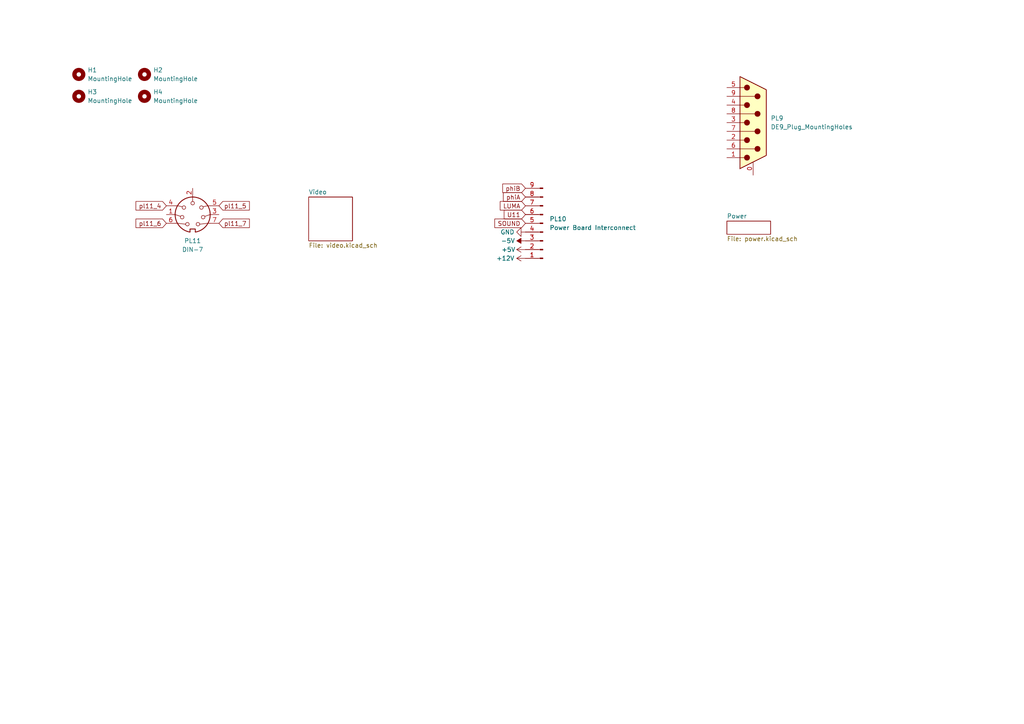
<source format=kicad_sch>
(kicad_sch (version 20231120) (generator "eeschema") (generator_version "8.0")
  (paper "A4")
  (lib_symbols
    (symbol "Connector:Conn_01x09_Male" (pin_names (offset 1.016) hide)
      (property "Reference" "J" (at 0 12.7 0))
      (property "Value" "Conn_01x09_Male" (at 0 -12.7 0))
      (symbol "Conn_01x09_Male_1_1"
        (polyline (pts (xy 1.27 -10.16) (xy 0.8636 -10.16)) (stroke (width 0.1524)))
        (polyline (pts (xy 1.27 -7.62) (xy 0.8636 -7.62)) (stroke (width 0.1524)))
        (polyline (pts (xy 1.27 -5.08) (xy 0.8636 -5.08)) (stroke (width 0.1524)))
        (polyline (pts (xy 1.27 -2.54) (xy 0.8636 -2.54)) (stroke (width 0.1524)))
        (polyline (pts (xy 1.27 0) (xy 0.8636 0)) (stroke (width 0.1524)))
        (polyline (pts (xy 1.27 2.54) (xy 0.8636 2.54)) (stroke (width 0.1524)))
        (polyline (pts (xy 1.27 5.08) (xy 0.8636 5.08)) (stroke (width 0.1524)))
        (polyline (pts (xy 1.27 7.62) (xy 0.8636 7.62)) (stroke (width 0.1524)))
        (polyline (pts (xy 1.27 10.16) (xy 0.8636 10.16)) (stroke (width 0.1524)))
        (rectangle (start 0.8636 -10.033) (end 0 -10.287) (stroke (width 0.1524)) (fill (type outline)))
        (rectangle (start 0.8636 -7.493) (end 0 -7.747) (stroke (width 0.1524)) (fill (type outline)))
        (rectangle (start 0.8636 -4.953) (end 0 -5.207) (stroke (width 0.1524)) (fill (type outline)))
        (rectangle (start 0.8636 -2.413) (end 0 -2.667) (stroke (width 0.1524)) (fill (type outline)))
        (rectangle (start 0.8636 0.127) (end 0 -0.127) (stroke (width 0.1524)) (fill (type outline)))
        (rectangle (start 0.8636 2.667) (end 0 2.413) (stroke (width 0.1524)) (fill (type outline)))
        (rectangle (start 0.8636 5.207) (end 0 4.953) (stroke (width 0.1524)) (fill (type outline)))
        (rectangle (start 0.8636 7.747) (end 0 7.493) (stroke (width 0.1524)) (fill (type outline)))
        (rectangle (start 0.8636 10.287) (end 0 10.033) (stroke (width 0.1524)) (fill (type outline)))
        (pin passive line (at 5.08 10.16 180) (length 3.81) (name "Pin_1") (number "1"))
        (pin passive line (at 5.08 7.62 180) (length 3.81) (name "Pin_2") (number "2"))
        (pin passive line (at 5.08 5.08 180) (length 3.81) (name "Pin_3") (number "3"))
        (pin passive line (at 5.08 2.54 180) (length 3.81) (name "Pin_4") (number "4"))
        (pin passive line (at 5.08 0 180) (length 3.81) (name "Pin_5") (number "5"))
        (pin passive line (at 5.08 -2.54 180) (length 3.81) (name "Pin_6") (number "6"))
        (pin passive line (at 5.08 -5.08 180) (length 3.81) (name "Pin_7") (number "7"))
        (pin passive line (at 5.08 -7.62 180) (length 3.81) (name "Pin_8") (number "8"))
        (pin passive line (at 5.08 -10.16 180) (length 3.81) (name "Pin_9") (number "9"))
      )
    )
    (symbol "Connector:DE9_Plug_MountingHoles" (pin_names (offset 1.016) hide)
      (property "Reference" "J" (at 0 16.51 0))
      (property "Value" "DE9_Plug_MountingHoles" (at 0 14.605 0))
      (symbol "DE9_Plug_MountingHoles_0_1"
        (circle (center -1.778 -10.16) (radius 0.762) (fill (type outline)))
        (circle (center -1.778 -5.08) (radius 0.762) (fill (type outline)))
        (circle (center -1.778 0) (radius 0.762) (fill (type outline)))
        (circle (center -1.778 5.08) (radius 0.762) (fill (type outline)))
        (circle (center -1.778 10.16) (radius 0.762) (fill (type outline)))
        (polyline (pts (xy -3.81 -10.16) (xy -2.54 -10.16)))
        (polyline (pts (xy -3.81 -7.62) (xy 0.508 -7.62)))
        (polyline (pts (xy -3.81 -5.08) (xy -2.54 -5.08)))
        (polyline (pts (xy -3.81 -2.54) (xy 0.508 -2.54)))
        (polyline (pts (xy -3.81 0) (xy -2.54 0)))
        (polyline (pts (xy -3.81 2.54) (xy 0.508 2.54)))
        (polyline (pts (xy -3.81 5.08) (xy -2.54 5.08)))
        (polyline (pts (xy -3.81 7.62) (xy 0.508 7.62)))
        (polyline (pts (xy -3.81 10.16) (xy -2.54 10.16)))
        (polyline (pts (xy -3.81 -13.335) (xy -3.81 13.335) (xy 3.81 9.525) (xy 3.81 -9.525) (xy -3.81 -13.335)) (stroke (width 0.254)) (fill (type background)))
        (circle (center 1.27 -7.62) (radius 0.762) (fill (type outline)))
        (circle (center 1.27 -2.54) (radius 0.762) (fill (type outline)))
        (circle (center 1.27 2.54) (radius 0.762) (fill (type outline)))
        (circle (center 1.27 7.62) (radius 0.762) (fill (type outline)))
      )
      (symbol "DE9_Plug_MountingHoles_1_1"
        (pin passive line (at 0 -15.24 90) (length 3.81) (name "PAD") (number "0"))
        (pin passive line (at -7.62 -10.16 0) (length 3.81) (name "1") (number "1"))
        (pin passive line (at -7.62 -5.08 0) (length 3.81) (name "2") (number "2"))
        (pin passive line (at -7.62 0 0) (length 3.81) (name "3") (number "3"))
        (pin passive line (at -7.62 5.08 0) (length 3.81) (name "4") (number "4"))
        (pin passive line (at -7.62 10.16 0) (length 3.81) (name "5") (number "5"))
        (pin passive line (at -7.62 -7.62 0) (length 3.81) (name "6") (number "6"))
        (pin passive line (at -7.62 -2.54 0) (length 3.81) (name "7") (number "7"))
        (pin passive line (at -7.62 2.54 0) (length 3.81) (name "8") (number "8"))
        (pin passive line (at -7.62 7.62 0) (length 3.81) (name "9") (number "9"))
      )
    )
    (symbol "Connector:DIN-7" (pin_names (offset 1.016))
      (property "Reference" "J" (at 3.175 5.715 0))
      (property "Value" "DIN-7" (at 0 -6.604 0))
      (symbol "DIN-7_0_1"
        (arc (start -5.08 0) (mid -3.8609 -3.3364) (end -0.762 -5.08) (stroke (width 0.254)))
        (circle (center -3.048 -0.762) (radius 0.508))
        (circle (center -2.54 2.032) (radius 0.508))
        (circle (center -1.524 -2.794) (radius 0.508))
        (polyline (pts (xy -5.08 0) (xy -3.556 -0.508)))
        (polyline (pts (xy 0 5.08) (xy 0 3.81)))
        (polyline (pts (xy 5.08 0) (xy 3.556 -0.508)))
        (polyline (pts (xy -5.08 -2.54) (xy -4.318 -2.54) (xy -2.032 -2.794)))
        (polyline (pts (xy -5.08 2.54) (xy -4.318 2.54) (xy -3.048 2.286)))
        (polyline (pts (xy 5.08 -2.54) (xy 4.318 -2.54) (xy 2.032 -2.794)))
        (polyline (pts (xy 5.08 2.54) (xy 4.318 2.54) (xy 3.048 2.286)))
        (polyline (pts (xy -0.762 -4.953) (xy -0.762 -4.191) (xy 0.762 -4.191) (xy 0.762 -4.953)) (stroke (width 0.254)))
        (circle (center 0 3.302) (radius 0.508))
        (arc (start 0.762 -5.08) (mid 3.8685 -3.343) (end 5.08 0) (stroke (width 0.254)))
        (circle (center 1.524 -2.794) (radius 0.508))
        (circle (center 2.54 2.032) (radius 0.508))
        (circle (center 3.048 -0.762) (radius 0.508))
        (arc (start 5.08 0) (mid 0 5.0579) (end -5.08 0) (stroke (width 0.254)))
      )
      (symbol "DIN-7_1_1"
        (pin passive line (at -7.62 0 0) (length 2.54) (name "~") (number "1"))
        (pin passive line (at 0 7.62 270) (length 2.54) (name "~") (number "2"))
        (pin passive line (at 7.62 0 180) (length 2.54) (name "~") (number "3"))
        (pin passive line (at -7.62 2.54 0) (length 2.54) (name "~") (number "4"))
        (pin passive line (at 7.62 2.54 180) (length 2.54) (name "~") (number "5"))
        (pin passive line (at -7.62 -2.54 0) (length 2.54) (name "~") (number "6"))
        (pin passive line (at 7.62 -2.54 180) (length 2.54) (name "~") (number "7"))
      )
    )
    (symbol "Mechanical:MountingHole" (pin_names (offset 1.016)) (exclude_from_sim yes) (in_bom no)
      (property "Reference" "H" (at 0 5.08 0))
      (property "Value" "MountingHole" (at 0 3.175 0))
      (symbol "MountingHole_0_1"
        (circle (center 0 0) (radius 1.27) (stroke (width 1.27)))
      )
    )
    (symbol "power:+12V" (power) (pin_names (offset 0))
      (property "Value" "+12V" (at 0 3.556 0))
      (symbol "+12V_0_1"
        (polyline (pts (xy -0.762 1.27) (xy 0 2.54)))
        (polyline (pts (xy 0 0) (xy 0 2.54)))
        (polyline (pts (xy 0 2.54) (xy 0.762 1.27)))
      )
      (symbol "+12V_1_1"
        (pin power_in line (at 0 0 90) (length 0) hide (name "+12V") (number "1"))
      )
    )
    (symbol "power:+5V" (power) (pin_names (offset 0))
      (property "Value" "+5V" (at 0 3.556 0))
      (symbol "+5V_0_1"
        (polyline (pts (xy -0.762 1.27) (xy 0 2.54)))
        (polyline (pts (xy 0 0) (xy 0 2.54)))
        (polyline (pts (xy 0 2.54) (xy 0.762 1.27)))
      )
      (symbol "+5V_1_1"
        (pin power_in line (at 0 0 90) (length 0) hide (name "+5V") (number "1"))
      )
    )
    (symbol "power:-5V" (power) (pin_names (offset 0))
      (property "Value" "-5V" (at 0 3.81 0))
      (symbol "-5V_0_0"
        (pin power_in line (at 0 0 90) (length 0) hide (name "-5V") (number "1"))
      )
      (symbol "-5V_0_1"
        (polyline (pts (xy 0 0) (xy 0 1.27) (xy 0.762 1.27) (xy 0 2.54) (xy -0.762 1.27) (xy 0 1.27)) (fill (type outline)))
      )
    )
    (symbol "power:GND" (power) (pin_names (offset 0))
      (property "Value" "GND" (at 0 -3.81 0))
      (symbol "GND_0_1"
        (polyline (pts (xy 0 0) (xy 0 -1.27) (xy 1.27 -1.27) (xy 0 -2.54) (xy -1.27 -1.27) (xy 0 -1.27)))
      )
      (symbol "GND_1_1"
        (pin power_in line (at 0 0 270) (length 0) hide (name "GND") (number "1"))
      )
    )
  )
  (global_label "pl11_6" (shape input) (at 48.26 64.77 180) (property "Intersheetrefs" "${INTERSHEET_REFS}" (effects (hide yes))))
  (global_label "phiA" (shape input) (at 152.4 57.15 180) (property "Intersheetrefs" "${INTERSHEET_REFS}" (effects (hide yes))))
  (global_label "pl11_7" (shape input) (at 63.5 64.77 0) (property "Intersheetrefs" "${INTERSHEET_REFS}" (effects (hide yes))))
  (global_label "LUMA" (shape input) (at 152.4 59.69 180) (property "Intersheetrefs" "${INTERSHEET_REFS}" (effects (hide yes))))
  (global_label "pl11_4" (shape input) (at 48.26 59.69 180) (property "Intersheetrefs" "${INTERSHEET_REFS}" (effects (hide yes))))
  (global_label "SOUND" (shape input) (at 152.4 64.77 180) (property "Intersheetrefs" "${INTERSHEET_REFS}" (effects (hide yes))))
  (global_label "pl11_5" (shape input) (at 63.5 59.69 0) (property "Intersheetrefs" "${INTERSHEET_REFS}" (effects (hide yes))))
  (global_label "phiB" (shape input) (at 152.4 54.61 180) (property "Intersheetrefs" "${INTERSHEET_REFS}" (effects (hide yes))))
  (global_label "U11" (shape input) (at 152.4 62.23 180) (property "Intersheetrefs" "${INTERSHEET_REFS}" (effects (hide yes))))
  (symbol (lib_id "power:+12V") (at 152.4 74.93 90) (unit 1)
    (property "Reference" "#PWR04" (effects (hide yes)))
    (property "Value" "+12V" (at 149.225 74.9299 90) (effects (justify left)))
  )
  (symbol (lib_id "Mechanical:MountingHole") (at 41.91 27.94 0) (unit 1) (exclude_from_sim yes) (in_bom no)
    (property "Reference" "H4" (at 44.45 26.6699 0) (effects (justify left)))
    (property "Value" "MountingHole" (at 44.45 29.2099 0) (effects (justify left)))
    (property "Footprint" "MountingHole:MountingHole_3.2mm_M3" (effects (hide yes)))
    (property "Description" "Mounting Hole without connection" (effects (hide yes)))
  )
  (symbol (lib_id "Connector:DIN-7") (at 55.88 62.23 0) (unit 1)
    (property "Reference" "PL11" (at 55.8801 69.85 0))
    (property "Value" "DIN-7" (at 55.8801 72.39 0))
    (property "Footprint" "Dragon:CUI_SDS-70J" (effects (hide yes)))
    (property "Datasheet" "http://www.mouser.com/ds/2/18/40_c091_abd_e-75918.pdf" (effects (hide yes)))
    (property "Description" "7-pin DIN connector" (effects (hide yes)))
    (property "DigiKey" "CP-2370-ND" (effects (hide yes)))
  )
  (symbol (lib_id "Mechanical:MountingHole") (at 41.91 21.59 0) (unit 1) (exclude_from_sim yes) (in_bom no)
    (property "Reference" "H2" (at 44.45 20.3199 0) (effects (justify left)))
    (property "Value" "MountingHole" (at 44.45 22.8599 0) (effects (justify left)))
    (property "Footprint" "MountingHole:MountingHole_3.2mm_M3" (effects (hide yes)))
    (property "Description" "Mounting Hole without connection" (effects (hide yes)))
  )
  (symbol (lib_id "Connector:Conn_01x09_Male") (at 157.48 64.77 180) (unit 1)
    (property "Reference" "PL10" (at 159.385 63.4999 0) (effects (justify right)))
    (property "Value" "Power Board Interconnect" (at 159.385 66.0399 0) (effects (justify right)))
    (property "Footprint" "Connector_Molex:Molex_KK-396_A-41791-0009_1x09_P3.96mm_Vertical" (effects (hide yes)))
    (property "Datasheet" "https://app.adam-tech.com/products/download/data_sheet/241222/lhd-xx-ts-data-sheet.pdf" (effects (hide yes)))
    (property "DigiKey" "2057-LHD-09-TS-ND" (effects (hide yes)))
    (property "Toby" "WH396-09S-010" (effects (hide yes)))
  )
  (symbol (lib_id "power:-5V") (at 152.4 69.85 90) (unit 1)
    (property "Reference" "#PWR02" (effects (hide yes)))
    (property "Value" "-5V" (at 145.288 69.85 90) (effects (justify right)))
  )
  (symbol (lib_id "power:GND") (at 152.4 67.31 270) (unit 1)
    (property "Reference" "#PWR01" (effects (hide yes)))
    (property "Value" "GND" (at 149.225 67.3099 90) (effects (justify right)))
  )
  (symbol (lib_id "Connector:DE9_Plug_MountingHoles") (at 218.44 35.56 0) (unit 1)
    (property "Reference" "PL9" (at 223.52 34.2899 0) (effects (justify left)))
    (property "Value" "DE9_Plug_MountingHoles" (at 223.52 36.8299 0) (effects (justify left)))
    (property "Footprint" "Connector_Dsub:DSUB-9_Male_Horizontal_P2.77x2.84mm_EdgePinOffset9.90mm_Housed_MountingHolesOffset11.32mm" (effects (hide yes)))
    (property "Description" "9-pin male plug pin D-SUB connector, Mounting Hole" (effects (hide yes)))
  )
  (symbol (lib_id "Mechanical:MountingHole") (at 22.86 21.59 0) (unit 1) (exclude_from_sim yes) (in_bom no)
    (property "Reference" "H1" (at 25.4 20.3199 0) (effects (justify left)))
    (property "Value" "MountingHole" (at 25.4 22.8599 0) (effects (justify left)))
    (property "Footprint" "MountingHole:MountingHole_3.2mm_M3" (effects (hide yes)))
    (property "Description" "Mounting Hole without connection" (effects (hide yes)))
  )
  (symbol (lib_id "Mechanical:MountingHole") (at 22.86 27.94 0) (unit 1) (exclude_from_sim yes) (in_bom no)
    (property "Reference" "H3" (at 25.4 26.6699 0) (effects (justify left)))
    (property "Value" "MountingHole" (at 25.4 29.2099 0) (effects (justify left)))
    (property "Footprint" "MountingHole:MountingHole_3.2mm_M3" (effects (hide yes)))
    (property "Description" "Mounting Hole without connection" (effects (hide yes)))
  )
  (symbol (lib_id "power:+5V") (at 152.4 72.39 90) (unit 1)
    (property "Reference" "#PWR03" (effects (hide yes)))
    (property "Value" "+5V" (at 145.415 72.39 90) (effects (justify right)))
  )
  (sheet (at 210.82 64.135) (size 12.7 3.81) (stroke (width 0.1524))
    (property "Sheetname" "Power" (at 210.82 63.4234 0) (effects (justify left bottom)))
    (property "Sheetfile" "power.kicad_sch" (at 210.82 68.5296 0) (effects (justify left top)))
  )
  (sheet (at 89.535 57.15) (size 12.7 12.7) (stroke (width 0.1524))
    (property "Sheetname" "Video" (at 89.535 56.4384 0) (effects (justify left bottom)))
    (property "Sheetfile" "video.kicad_sch" (at 89.535 70.4346 0) (effects (justify left top)))
  )
)
</source>
